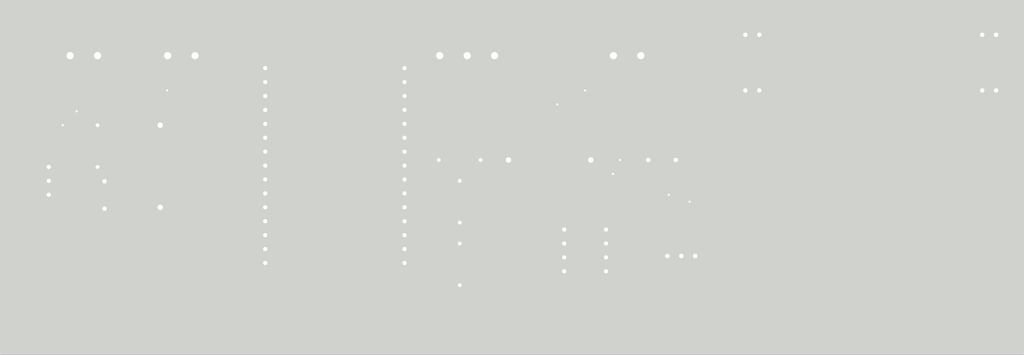
<source format=kicad_pcb>
(kicad_pcb (version 20171130) (host pcbnew "(5.1.9)-1")
  (layers (0 F.Cu signal) (31 B.Cu signal) (34 B.Paste user) (35 F.Paste user) (36 B.SilkS user) (37 F.SilkS user) (38 B.Mask user) (39 F.Mask user) (44 Edge.Cuts user))
  (net 0 "")
  (net 1 GND)
  (net 2 "Net-(1k1-Pad2)")
  (net 3 +3V3)
  (net 4 "Net-(C2-Pad1)")
  (net 5 "Net-(C3-Pad1)")
  (net 6 "Net-(J3-Pad1)")
  (net 7 +5V)
  (net 8 "Net-(J4-Pad1)")
  (net 9 "Net-(J5-Pad2)")
  (net 10 "Net-(R3-Pad2)")
  (net 11 "Net-(R4-Pad2)")
  (net 12 "Net-(U2-Pad30)")
  (net 13 "Net-(U2-Pad29)")
  (net 14 "Net-(U2-Pad28)")
  (net 15 "Net-(U2-Pad27)")
  (net 16 "Net-(U2-Pad26)")
  (net 17 "Net-(U2-Pad25)")
  (net 18 "Net-(U2-Pad24)")
  (net 19 "Net-(U2-Pad23)")
  (net 20 "Net-(U2-Pad20)")
  (net 21 "Net-(U2-Pad19)")
  (net 22 "Net-(U2-Pad18)")
  (net 23 "Net-(U2-Pad16)")
  (net 24 "Net-(U2-Pad15)")
  (net 25 "Net-(U2-Pad13)")
  (net 26 "Net-(U2-Pad12)")
  (net 27 "Net-(U2-Pad11)")
  (net 28 "Net-(U2-Pad10)")
  (net 29 "Net-(U2-Pad9)")
  (net 30 "Net-(U2-Pad8)")
  (net 31 "Net-(U2-Pad7)")
  (net 32 "Net-(U2-Pad6)")
  (net 33 "Net-(U2-Pad5)")
  (net 34 "Net-(U2-Pad4)")
  (net 35 "Net-(U2-Pad1)")
  (net 36 "Net-(C4-Pad2)")
  (module Connector_PinHeader_1.00mm:PinHeader_1x01_P1.00mm_Horizontal (layer F.Cu) (at 178.816 121.666 270)
    (fp_text reference J9 (at 1.375 -1.5 90) (layer F.SilkS))
    (fp_text value Conn_01x01)
    (fp_line (start -0.685 -0.685) (end 0 -0.685) (layer F.SilkS) (width 0.12))
    (fp_line (start -0.685 0) (end -0.685 -0.685) (layer F.SilkS) (width 0.12))
    (fp_line (start 1.31 0.09) (end 3.31 0.09) (layer F.SilkS) (width 0.12))
    (fp_line (start 1.31 -0.03) (end 3.31 -0.03) (layer F.SilkS) (width 0.12))
    (fp_line (start 1.31 -0.15) (end 3.31 -0.15) (layer F.SilkS) (width 0.12))
    (fp_line (start 3.31 0.21) (end 1.31 0.21) (layer F.SilkS) (width 0.12))
    (fp_line (start 3.31 -0.21) (end 3.31 0.21) (layer F.SilkS) (width 0.12))
    (fp_line (start 1.31 -0.21) (end 3.31 -0.21) (layer F.SilkS) (width 0.12))
    (fp_line (start 1.31 0.56) (end 0.685 0.56) (layer F.SilkS) (width 0.12))
    (fp_line (start 1.31 -0.56) (end 1.31 0.56) (layer F.SilkS) (width 0.12))
    (fp_line (start 0.685 -0.56) (end 1.31 -0.56) (layer F.SilkS) (width 0.12))
    (pad 1 thru_hole rect (at 0 0 270) (size 1.1 1.1) (drill 0.8) (layers *.Cu *.Mask) (net 1 GND))
  )
  (module Resistor_THT:R_Axial_DIN0204_L3.6mm_D1.6mm_P7.62mm_Horizontal (layer F.Cu) (at 138.43 127 90)
    (fp_text reference 1k (at 3.81 -1.92 90) (layer F.SilkS))
    (fp_text value R)
    (fp_line (start 6.68 0) (end 5.73 0) (layer F.SilkS) (width 0.12))
    (fp_line (start 0.94 0) (end 1.89 0) (layer F.SilkS) (width 0.12))
    (fp_line (start 5.73 -0.92) (end 1.89 -0.92) (layer F.SilkS) (width 0.12))
    (fp_line (start 5.73 0.92) (end 5.73 -0.92) (layer F.SilkS) (width 0.12))
    (fp_line (start 1.89 0.92) (end 5.73 0.92) (layer F.SilkS) (width 0.12))
    (fp_line (start 1.89 -0.92) (end 1.89 0.92) (layer F.SilkS) (width 0.12))
    (pad 1 thru_hole circle (at 0 0 90) (size 1.4 1.4) (drill 0.7) (layers *.Cu *.Mask) (net 1 GND))
    (pad 2 thru_hole oval (at 7.62 0 90) (size 1.4 1.4) (drill 0.7) (layers *.Cu *.Mask) (net 2 "Net-(1k1-Pad2)"))
  )
  (module Capacitor_THT:CP_Radial_Tantal_D4.5mm_P5.00mm (layer F.Cu) (at 73.66 113.03 90)
    (fp_text reference C1 (at 2.5 -3.5 90) (layer F.SilkS))
    (fp_text value 0.1u)
    (fp_line (start 0.187712 -1.56) (end 0.187712 -1.11) (layer F.SilkS) (width 0.12))
    (fp_line (start -0.037288 -1.335) (end 0.412712 -1.335) (layer F.SilkS) (width 0.12))
    (fp_arc (start 2.5 0) (end 0.380259 -1.06) (angle 126.864288) (layer F.SilkS) (width 0.12))
    (fp_arc (start 2.5 0) (end 0.380259 1.06) (angle -126.864288) (layer F.SilkS) (width 0.12))
    (pad 1 thru_hole rect (at 0 0 90) (size 1.6 1.6) (drill 0.8) (layers *.Cu *.Mask) (net 1 GND))
    (pad 2 thru_hole circle (at 5 0 90) (size 1.6 1.6) (drill 0.8) (layers *.Cu *.Mask) (net 3 +3V3))
  )
  (module Capacitor_THT:CP_Axial_L10.0mm_D4.5mm_P15.00mm_Horizontal (layer F.Cu) (at 83.82 97.79 270)
    (fp_text reference C2 (at 7.5 -3.37 90) (layer F.SilkS))
    (fp_text value 20u)
    (fp_line (start 13.76 0) (end 12.62 0) (layer F.SilkS) (width 0.12))
    (fp_line (start 1.24 0) (end 2.38 0) (layer F.SilkS) (width 0.12))
    (fp_line (start 5.38 2.37) (end 12.62 2.37) (layer F.SilkS) (width 0.12))
    (fp_line (start 4.63 1.62) (end 5.38 2.37) (layer F.SilkS) (width 0.12))
    (fp_line (start 3.88 2.37) (end 4.63 1.62) (layer F.SilkS) (width 0.12))
    (fp_line (start 2.38 2.37) (end 3.88 2.37) (layer F.SilkS) (width 0.12))
    (fp_line (start 5.38 -2.37) (end 12.62 -2.37) (layer F.SilkS) (width 0.12))
    (fp_line (start 4.63 -1.62) (end 5.38 -2.37) (layer F.SilkS) (width 0.12))
    (fp_line (start 3.88 -2.37) (end 4.63 -1.62) (layer F.SilkS) (width 0.12))
    (fp_line (start 2.38 -2.37) (end 3.88 -2.37) (layer F.SilkS) (width 0.12))
    (fp_line (start 12.62 -2.37) (end 12.62 2.37) (layer F.SilkS) (width 0.12))
    (fp_line (start 2.38 -2.37) (end 2.38 2.37) (layer F.SilkS) (width 0.12))
    (fp_line (start 1.38 -2.95) (end 1.38 -1.45) (layer F.SilkS) (width 0.12))
    (fp_line (start 0.63 -2.2) (end 2.13 -2.2) (layer F.SilkS) (width 0.12))
    (pad 1 thru_hole rect (at 0 0 270) (size 2 2) (drill 1) (layers *.Cu *.Mask) (net 4 "Net-(C2-Pad1)"))
    (pad 2 thru_hole oval (at 15 0 270) (size 2 2) (drill 1) (layers *.Cu *.Mask) (net 1 GND))
  )
  (module Capacitor_THT:CP_Axial_L10.0mm_D4.5mm_P15.00mm_Horizontal (layer F.Cu) (at 147.32 104.14)
    (fp_text reference C3 (at 7.5 -3.37) (layer F.SilkS))
    (fp_text value 1000u)
    (fp_line (start 0.63 -2.2) (end 2.13 -2.2) (layer F.SilkS) (width 0.12))
    (fp_line (start 1.38 -2.95) (end 1.38 -1.45) (layer F.SilkS) (width 0.12))
    (fp_line (start 2.38 -2.37) (end 2.38 2.37) (layer F.SilkS) (width 0.12))
    (fp_line (start 12.62 -2.37) (end 12.62 2.37) (layer F.SilkS) (width 0.12))
    (fp_line (start 2.38 -2.37) (end 3.88 -2.37) (layer F.SilkS) (width 0.12))
    (fp_line (start 3.88 -2.37) (end 4.63 -1.62) (layer F.SilkS) (width 0.12))
    (fp_line (start 4.63 -1.62) (end 5.38 -2.37) (layer F.SilkS) (width 0.12))
    (fp_line (start 5.38 -2.37) (end 12.62 -2.37) (layer F.SilkS) (width 0.12))
    (fp_line (start 2.38 2.37) (end 3.88 2.37) (layer F.SilkS) (width 0.12))
    (fp_line (start 3.88 2.37) (end 4.63 1.62) (layer F.SilkS) (width 0.12))
    (fp_line (start 4.63 1.62) (end 5.38 2.37) (layer F.SilkS) (width 0.12))
    (fp_line (start 5.38 2.37) (end 12.62 2.37) (layer F.SilkS) (width 0.12))
    (fp_line (start 1.24 0) (end 2.38 0) (layer F.SilkS) (width 0.12))
    (fp_line (start 13.76 0) (end 12.62 0) (layer F.SilkS) (width 0.12))
    (pad 2 thru_hole oval (at 15 0) (size 2 2) (drill 1) (layers *.Cu *.Mask) (net 1 GND))
    (pad 1 thru_hole rect (at 0 0) (size 2 2) (drill 1) (layers *.Cu *.Mask) (net 5 "Net-(C3-Pad1)"))
  )
  (module Capacitor_THT:CP_Radial_Tantal_D4.5mm_P5.00mm (layer F.Cu) (at 177.8 104.14 180)
    (fp_text reference C4 (at 2.5 -3.5) (layer F.SilkS))
    (fp_text value 0.1)
    (fp_line (start -0.037288 -1.335) (end 0.412712 -1.335) (layer F.SilkS) (width 0.12))
    (fp_line (start 0.187712 -1.56) (end 0.187712 -1.11) (layer F.SilkS) (width 0.12))
    (fp_arc (start 2.5 0) (end 0.380259 1.06) (angle -126.864288) (layer F.SilkS) (width 0.12))
    (fp_arc (start 2.5 0) (end 0.380259 -1.06) (angle 126.864288) (layer F.SilkS) (width 0.12))
    (pad 2 thru_hole circle (at 5 0 180) (size 1.6 1.6) (drill 0.8) (layers *.Cu *.Mask) (net 36 "Net-(C4-Pad2)"))
    (pad 1 thru_hole rect (at 0 0 180) (size 1.6 1.6) (drill 0.8) (layers *.Cu *.Mask) (net 1 GND))
  )
  (module Connector_PinHeader_1.00mm:PinHeader_1x01_P1.00mm_Horizontal (layer F.Cu) (at 190.5 91.44 270)
    (fp_text reference J1 (at 1.375 -1.5 90) (layer F.SilkS))
    (fp_text value Conn_01x01)
    (fp_line (start -0.685 -0.685) (end 0 -0.685) (layer F.SilkS) (width 0.12))
    (fp_line (start -0.685 0) (end -0.685 -0.685) (layer F.SilkS) (width 0.12))
    (fp_line (start 1.31 0.09) (end 3.31 0.09) (layer F.SilkS) (width 0.12))
    (fp_line (start 1.31 -0.03) (end 3.31 -0.03) (layer F.SilkS) (width 0.12))
    (fp_line (start 1.31 -0.15) (end 3.31 -0.15) (layer F.SilkS) (width 0.12))
    (fp_line (start 3.31 0.21) (end 1.31 0.21) (layer F.SilkS) (width 0.12))
    (fp_line (start 3.31 -0.21) (end 3.31 0.21) (layer F.SilkS) (width 0.12))
    (fp_line (start 1.31 -0.21) (end 3.31 -0.21) (layer F.SilkS) (width 0.12))
    (fp_line (start 1.31 0.56) (end 0.685 0.56) (layer F.SilkS) (width 0.12))
    (fp_line (start 1.31 -0.56) (end 1.31 0.56) (layer F.SilkS) (width 0.12))
    (fp_line (start 0.685 -0.56) (end 1.31 -0.56) (layer F.SilkS) (width 0.12))
    (pad 1 thru_hole rect (at 0 0 270) (size 1.1 1.1) (drill 0.8) (layers *.Cu *.Mask) (net 3 +3V3))
  )
  (module TerminalBlock:TerminalBlock_Altech_AK300-2_P5.00mm (layer F.Cu) (at 72.39 85.09 180)
    (fp_text reference J2 (at -1.92 -6.99) (layer F.SilkS))
    (fp_text value Screw_Terminal_01x02)
    (fp_line (start 8.2 -6.3) (end -2.65 -6.3) (layer F.SilkS) (width 0.12))
    (fp_line (start 8.2 -1.2) (end 8.2 -6.3) (layer F.SilkS) (width 0.12))
    (fp_line (start 7.7 -1.5) (end 8.2 -1.2) (layer F.SilkS) (width 0.12))
    (fp_line (start 7.7 3.9) (end 7.7 -1.5) (layer F.SilkS) (width 0.12))
    (fp_line (start 8.2 3.65) (end 7.7 3.9) (layer F.SilkS) (width 0.12))
    (fp_line (start 8.2 3.7) (end 8.2 3.65) (layer F.SilkS) (width 0.12))
    (fp_line (start 8.2 5.6) (end 8.2 3.7) (layer F.SilkS) (width 0.12))
    (fp_line (start 7.7 5.35) (end 8.2 5.6) (layer F.SilkS) (width 0.12))
    (fp_line (start 7.7 6.3) (end 7.7 5.35) (layer F.SilkS) (width 0.12))
    (fp_line (start -2.65 6.3) (end 7.7 6.3) (layer F.SilkS) (width 0.12))
    (fp_line (start -2.65 -6.3) (end -2.65 6.3) (layer F.SilkS) (width 0.12))
    (pad 1 thru_hole rect (at 0 0 180) (size 1.98 3.96) (drill 1.32) (layers *.Cu *.Mask) (net 3 +3V3))
    (pad 2 thru_hole oval (at 5 0 180) (size 1.98 3.96) (drill 1.32) (layers *.Cu *.Mask) (net 1 GND))
  )
  (module TerminalBlock:TerminalBlock_Altech_AK300-3_P5.00mm (layer F.Cu) (at 144.78 85.09 180)
    (fp_text reference J3 (at 5 -7.1) (layer F.SilkS))
    (fp_text value Screw_Terminal_01x03)
    (fp_line (start 13.25 -6.3) (end -2.65 -6.3) (layer F.SilkS) (width 0.12))
    (fp_line (start 13.25 -1.25) (end 13.25 -6.3) (layer F.SilkS) (width 0.12))
    (fp_line (start 12.75 -1.5) (end 13.25 -1.25) (layer F.SilkS) (width 0.12))
    (fp_line (start 12.75 3.9) (end 12.75 -1.5) (layer F.SilkS) (width 0.12))
    (fp_line (start 13.25 3.65) (end 12.75 3.9) (layer F.SilkS) (width 0.12))
    (fp_line (start 13.25 5.65) (end 13.25 3.65) (layer F.SilkS) (width 0.12))
    (fp_line (start 12.75 5.35) (end 13.25 5.65) (layer F.SilkS) (width 0.12))
    (fp_line (start 12.75 6.3) (end 12.75 5.35) (layer F.SilkS) (width 0.12))
    (fp_line (start -2.65 6.3) (end 12.75 6.3) (layer F.SilkS) (width 0.12))
    (fp_line (start -2.65 -6.3) (end -2.65 6.3) (layer F.SilkS) (width 0.12))
    (pad 1 thru_hole rect (at 0 0 180) (size 1.98 3.96) (drill 1.32) (layers *.Cu *.Mask) (net 6 "Net-(J3-Pad1)"))
    (pad 2 thru_hole oval (at 5 0 180) (size 1.98 3.96) (drill 1.32) (layers *.Cu *.Mask) (net 7 +5V))
    (pad 3 thru_hole oval (at 10 0 180) (size 1.98 3.96) (drill 1.32) (layers *.Cu *.Mask) (net 1 GND))
  )
  (module TerminalBlock:TerminalBlock_Altech_AK300-2_P5.00mm (layer F.Cu) (at 171.45 85.09 180)
    (fp_text reference J4 (at -1.92 -6.99) (layer F.SilkS))
    (fp_text value Screw_Terminal_01x02)
    (fp_line (start 8.2 -6.3) (end -2.65 -6.3) (layer F.SilkS) (width 0.12))
    (fp_line (start 8.2 -1.2) (end 8.2 -6.3) (layer F.SilkS) (width 0.12))
    (fp_line (start 7.7 -1.5) (end 8.2 -1.2) (layer F.SilkS) (width 0.12))
    (fp_line (start 7.7 3.9) (end 7.7 -1.5) (layer F.SilkS) (width 0.12))
    (fp_line (start 8.2 3.65) (end 7.7 3.9) (layer F.SilkS) (width 0.12))
    (fp_line (start 8.2 3.7) (end 8.2 3.65) (layer F.SilkS) (width 0.12))
    (fp_line (start 8.2 5.6) (end 8.2 3.7) (layer F.SilkS) (width 0.12))
    (fp_line (start 7.7 5.35) (end 8.2 5.6) (layer F.SilkS) (width 0.12))
    (fp_line (start 7.7 6.3) (end 7.7 5.35) (layer F.SilkS) (width 0.12))
    (fp_line (start -2.65 6.3) (end 7.7 6.3) (layer F.SilkS) (width 0.12))
    (fp_line (start -2.65 -6.3) (end -2.65 6.3) (layer F.SilkS) (width 0.12))
    (pad 1 thru_hole rect (at 0 0 180) (size 1.98 3.96) (drill 1.32) (layers *.Cu *.Mask) (net 8 "Net-(J4-Pad1)"))
    (pad 2 thru_hole oval (at 5 0 180) (size 1.98 3.96) (drill 1.32) (layers *.Cu *.Mask) (net 1 GND))
  )
  (module TerminalBlock:TerminalBlock_Altech_AK300-2_P5.00mm (layer F.Cu) (at 90.17 85.09 180)
    (fp_text reference J5 (at -1.92 -6.99) (layer F.SilkS))
    (fp_text value Screw_Terminal_01x02)
    (fp_line (start 8.2 -6.3) (end -2.65 -6.3) (layer F.SilkS) (width 0.12))
    (fp_line (start 8.2 -1.2) (end 8.2 -6.3) (layer F.SilkS) (width 0.12))
    (fp_line (start 7.7 -1.5) (end 8.2 -1.2) (layer F.SilkS) (width 0.12))
    (fp_line (start 7.7 3.9) (end 7.7 -1.5) (layer F.SilkS) (width 0.12))
    (fp_line (start 8.2 3.65) (end 7.7 3.9) (layer F.SilkS) (width 0.12))
    (fp_line (start 8.2 3.7) (end 8.2 3.65) (layer F.SilkS) (width 0.12))
    (fp_line (start 8.2 5.6) (end 8.2 3.7) (layer F.SilkS) (width 0.12))
    (fp_line (start 7.7 5.35) (end 8.2 5.6) (layer F.SilkS) (width 0.12))
    (fp_line (start 7.7 6.3) (end 7.7 5.35) (layer F.SilkS) (width 0.12))
    (fp_line (start -2.65 6.3) (end 7.7 6.3) (layer F.SilkS) (width 0.12))
    (fp_line (start -2.65 -6.3) (end -2.65 6.3) (layer F.SilkS) (width 0.12))
    (pad 1 thru_hole rect (at 0 0 180) (size 1.98 3.96) (drill 1.32) (layers *.Cu *.Mask) (net 1 GND))
    (pad 2 thru_hole oval (at 5 0 180) (size 1.98 3.96) (drill 1.32) (layers *.Cu *.Mask) (net 9 "Net-(J5-Pad2)"))
  )
  (module Connector_PinHeader_1.00mm:PinHeader_1x01_P1.00mm_Horizontal (layer F.Cu) (at 233.68 81.28 270)
    (fp_text reference J6 (at 1.375 -1.5 90) (layer F.SilkS))
    (fp_text value Conn_01x01)
    (fp_line (start 0.685 -0.56) (end 1.31 -0.56) (layer F.SilkS) (width 0.12))
    (fp_line (start 1.31 -0.56) (end 1.31 0.56) (layer F.SilkS) (width 0.12))
    (fp_line (start 1.31 0.56) (end 0.685 0.56) (layer F.SilkS) (width 0.12))
    (fp_line (start 1.31 -0.21) (end 3.31 -0.21) (layer F.SilkS) (width 0.12))
    (fp_line (start 3.31 -0.21) (end 3.31 0.21) (layer F.SilkS) (width 0.12))
    (fp_line (start 3.31 0.21) (end 1.31 0.21) (layer F.SilkS) (width 0.12))
    (fp_line (start 1.31 -0.15) (end 3.31 -0.15) (layer F.SilkS) (width 0.12))
    (fp_line (start 1.31 -0.03) (end 3.31 -0.03) (layer F.SilkS) (width 0.12))
    (fp_line (start 1.31 0.09) (end 3.31 0.09) (layer F.SilkS) (width 0.12))
    (fp_line (start -0.685 0) (end -0.685 -0.685) (layer F.SilkS) (width 0.12))
    (fp_line (start -0.685 -0.685) (end 0 -0.685) (layer F.SilkS) (width 0.12))
    (pad 1 thru_hole rect (at 0 0 270) (size 1.1 1.1) (drill 0.8) (layers *.Cu *.Mask) (net 7 +5V))
  )
  (module Connector_PinHeader_1.00mm:PinHeader_1x01_P1.00mm_Horizontal (layer F.Cu) (at 193.04 81.28 270)
    (fp_text reference J7 (at 1.375 -1.5 90) (layer F.SilkS))
    (fp_text value Conn_01x01)
    (fp_line (start -0.685 -0.685) (end 0 -0.685) (layer F.SilkS) (width 0.12))
    (fp_line (start -0.685 0) (end -0.685 -0.685) (layer F.SilkS) (width 0.12))
    (fp_line (start 1.31 0.09) (end 3.31 0.09) (layer F.SilkS) (width 0.12))
    (fp_line (start 1.31 -0.03) (end 3.31 -0.03) (layer F.SilkS) (width 0.12))
    (fp_line (start 1.31 -0.15) (end 3.31 -0.15) (layer F.SilkS) (width 0.12))
    (fp_line (start 3.31 0.21) (end 1.31 0.21) (layer F.SilkS) (width 0.12))
    (fp_line (start 3.31 -0.21) (end 3.31 0.21) (layer F.SilkS) (width 0.12))
    (fp_line (start 1.31 -0.21) (end 3.31 -0.21) (layer F.SilkS) (width 0.12))
    (fp_line (start 1.31 0.56) (end 0.685 0.56) (layer F.SilkS) (width 0.12))
    (fp_line (start 1.31 -0.56) (end 1.31 0.56) (layer F.SilkS) (width 0.12))
    (fp_line (start 0.685 -0.56) (end 1.31 -0.56) (layer F.SilkS) (width 0.12))
    (pad 1 thru_hole rect (at 0 0 270) (size 1.1 1.1) (drill 0.8) (layers *.Cu *.Mask) (net 1 GND))
  )
  (module Connector_PinHeader_1.00mm:PinHeader_1x01_P1.00mm_Horizontal (layer F.Cu) (at 181.356 121.666 270)
    (fp_text reference J8 (at 1.375 -1.5 90) (layer F.SilkS))
    (fp_text value Conn_01x01)
    (fp_line (start -0.685 -0.685) (end 0 -0.685) (layer F.SilkS) (width 0.12))
    (fp_line (start -0.685 0) (end -0.685 -0.685) (layer F.SilkS) (width 0.12))
    (fp_line (start 1.31 0.09) (end 3.31 0.09) (layer F.SilkS) (width 0.12))
    (fp_line (start 1.31 -0.03) (end 3.31 -0.03) (layer F.SilkS) (width 0.12))
    (fp_line (start 1.31 -0.15) (end 3.31 -0.15) (layer F.SilkS) (width 0.12))
    (fp_line (start 3.31 0.21) (end 1.31 0.21) (layer F.SilkS) (width 0.12))
    (fp_line (start 3.31 -0.21) (end 3.31 0.21) (layer F.SilkS) (width 0.12))
    (fp_line (start 1.31 -0.21) (end 3.31 -0.21) (layer F.SilkS) (width 0.12))
    (fp_line (start 1.31 0.56) (end 0.685 0.56) (layer F.SilkS) (width 0.12))
    (fp_line (start 1.31 -0.56) (end 1.31 0.56) (layer F.SilkS) (width 0.12))
    (fp_line (start 0.685 -0.56) (end 1.31 -0.56) (layer F.SilkS) (width 0.12))
    (pad 1 thru_hole rect (at 0 0 270) (size 1.1 1.1) (drill 0.8) (layers *.Cu *.Mask) (net 7 +5V))
  )
  (module Connector_PinHeader_1.00mm:PinHeader_1x01_P1.00mm_Horizontal (layer F.Cu) (at 176.276 121.666 270)
    (fp_text reference J10 (at 1.375 -1.5 90) (layer F.SilkS))
    (fp_text value Conn_01x01 hide)
    (fp_line (start 0.685 -0.56) (end 1.31 -0.56) (layer F.SilkS) (width 0.12))
    (fp_line (start 1.31 -0.56) (end 1.31 0.56) (layer F.SilkS) (width 0.12))
    (fp_line (start 1.31 0.56) (end 0.685 0.56) (layer F.SilkS) (width 0.12))
    (fp_line (start 1.31 -0.21) (end 3.31 -0.21) (layer F.SilkS) (width 0.12))
    (fp_line (start 3.31 -0.21) (end 3.31 0.21) (layer F.SilkS) (width 0.12))
    (fp_line (start 3.31 0.21) (end 1.31 0.21) (layer F.SilkS) (width 0.12))
    (fp_line (start 1.31 -0.15) (end 3.31 -0.15) (layer F.SilkS) (width 0.12))
    (fp_line (start 1.31 -0.03) (end 3.31 -0.03) (layer F.SilkS) (width 0.12))
    (fp_line (start 1.31 0.09) (end 3.31 0.09) (layer F.SilkS) (width 0.12))
    (fp_line (start -0.685 0) (end -0.685 -0.685) (layer F.SilkS) (width 0.12))
    (fp_line (start -0.685 -0.685) (end 0 -0.685) (layer F.SilkS) (width 0.12))
    (pad 1 thru_hole rect (at 0 0 270) (size 1.1 1.1) (drill 0.8) (layers *.Cu *.Mask) (net 36 "Net-(C4-Pad2)"))
  )
  (module Resistor_THT:R_Axial_DIN0204_L3.6mm_D1.6mm_P7.62mm_Horizontal (layer F.Cu) (at 72.39 97.79 270)
    (fp_text reference R3 (at 3.81 -1.92 90) (layer F.SilkS))
    (fp_text value 20k)
    (fp_line (start 1.89 -0.92) (end 1.89 0.92) (layer F.SilkS) (width 0.12))
    (fp_line (start 1.89 0.92) (end 5.73 0.92) (layer F.SilkS) (width 0.12))
    (fp_line (start 5.73 0.92) (end 5.73 -0.92) (layer F.SilkS) (width 0.12))
    (fp_line (start 5.73 -0.92) (end 1.89 -0.92) (layer F.SilkS) (width 0.12))
    (fp_line (start 0.94 0) (end 1.89 0) (layer F.SilkS) (width 0.12))
    (fp_line (start 6.68 0) (end 5.73 0) (layer F.SilkS) (width 0.12))
    (pad 2 thru_hole oval (at 7.62 0 270) (size 1.4 1.4) (drill 0.7) (layers *.Cu *.Mask) (net 10 "Net-(R3-Pad2)"))
    (pad 1 thru_hole circle (at 0 0 270) (size 1.4 1.4) (drill 0.7) (layers *.Cu *.Mask) (net 4 "Net-(C2-Pad1)"))
  )
  (module Resistor_THT:R_Axial_DIN0204_L3.6mm_D1.6mm_P7.62mm_Horizontal (layer F.Cu) (at 142.24 104.14 180)
    (fp_text reference R4 (at 3.81 -1.92) (layer F.SilkS))
    (fp_text value 1k)
    (fp_line (start 6.68 0) (end 5.73 0) (layer F.SilkS) (width 0.12))
    (fp_line (start 0.94 0) (end 1.89 0) (layer F.SilkS) (width 0.12))
    (fp_line (start 5.73 -0.92) (end 1.89 -0.92) (layer F.SilkS) (width 0.12))
    (fp_line (start 5.73 0.92) (end 5.73 -0.92) (layer F.SilkS) (width 0.12))
    (fp_line (start 1.89 0.92) (end 5.73 0.92) (layer F.SilkS) (width 0.12))
    (fp_line (start 1.89 -0.92) (end 1.89 0.92) (layer F.SilkS) (width 0.12))
    (pad 1 thru_hole circle (at 0 0 180) (size 1.4 1.4) (drill 0.7) (layers *.Cu *.Mask) (net 5 "Net-(C3-Pad1)"))
    (pad 2 thru_hole oval (at 7.62 0 180) (size 1.4 1.4) (drill 0.7) (layers *.Cu *.Mask) (net 11 "Net-(R4-Pad2)"))
  )
  (module Resistor_THT:R_Axial_DIN0204_L3.6mm_D1.6mm_P7.62mm_Horizontal (layer F.Cu) (at 138.43 107.95 270)
    (fp_text reference R5 (at 3.81 -1.92 90) (layer F.SilkS))
    (fp_text value 2k)
    (fp_line (start 1.89 -0.92) (end 1.89 0.92) (layer F.SilkS) (width 0.12))
    (fp_line (start 1.89 0.92) (end 5.73 0.92) (layer F.SilkS) (width 0.12))
    (fp_line (start 5.73 0.92) (end 5.73 -0.92) (layer F.SilkS) (width 0.12))
    (fp_line (start 5.73 -0.92) (end 1.89 -0.92) (layer F.SilkS) (width 0.12))
    (fp_line (start 0.94 0) (end 1.89 0) (layer F.SilkS) (width 0.12))
    (fp_line (start 6.68 0) (end 5.73 0) (layer F.SilkS) (width 0.12))
    (pad 2 thru_hole oval (at 7.62 0 270) (size 1.4 1.4) (drill 0.7) (layers *.Cu *.Mask) (net 2 "Net-(1k1-Pad2)"))
    (pad 1 thru_hole circle (at 0 0 270) (size 1.4 1.4) (drill 0.7) (layers *.Cu *.Mask) (net 8 "Net-(J4-Pad1)"))
  )
  (module "PIRSensor:PIR Sensor" (layer F.Cu) (at 63.5 107.95 90)
    (fp_text reference U1 (at 0 -2.54 90) (layer F.SilkS))
    (fp_text value PIRSensor)
    (fp_line (start -3.5 -1) (end -3.5 0) (layer F.SilkS) (width 0.12))
    (fp_line (start 3.5 -1) (end -3.5 -1) (layer F.SilkS) (width 0.12))
    (fp_line (start 3.5 1) (end 3.5 -1) (layer F.SilkS) (width 0.12))
    (fp_line (start -3.5 1) (end 3.5 1) (layer F.SilkS) (width 0.12))
    (fp_line (start -3.5 0) (end -3.5 1) (layer F.SilkS) (width 0.12))
    (pad 1 thru_hole rect (at -2.54 0 90) (size 1.524 1.524) (drill 0.762) (layers *.Cu *.Mask) (net 1 GND))
    (pad 2 thru_hole circle (at 0 0 90) (size 1.524 1.524) (drill 0.762) (layers *.Cu *.Mask) (net 3 +3V3))
    (pad 3 thru_hole circle (at 2.54 0 90) (size 1.524 1.524) (drill 0.762) (layers *.Cu *.Mask) (net 10 "Net-(R3-Pad2)"))
  )
  (module CustomEsp32:esp32_devkit_v1_doit (layer F.Cu) (at 115.660001 87.380001)
    (fp_text reference U2 (at 0 10.47) (layer F.SilkS))
    (fp_text value ESP32_DevKit_V1_DOIT)
    (fp_circle (center 7.62 42.855) (end 7.92 42.855) (layer F.SilkS) (width 1))
    (fp_circle (center -7.62 42.855) (end -7.32 42.855) (layer F.SilkS) (width 1))
    (fp_line (start -6.35 40.95) (end -6.35 44.76) (layer F.SilkS) (width 0.12))
    (fp_line (start -8.89 40.95) (end -6.35 40.95) (layer F.SilkS) (width 0.12))
    (fp_line (start -8.89 44.76) (end -8.89 40.95) (layer F.SilkS) (width 0.12))
    (fp_line (start -6.35 44.76) (end -8.89 44.76) (layer F.SilkS) (width 0.12))
    (fp_line (start 6.35 44.76) (end 6.35 40.95) (layer F.SilkS) (width 0.12))
    (fp_line (start 8.89 44.76) (end 6.35 44.76) (layer F.SilkS) (width 0.12))
    (fp_line (start 8.89 40.95) (end 8.89 44.76) (layer F.SilkS) (width 0.12))
    (fp_line (start 6.35 40.95) (end 8.89 40.95) (layer F.SilkS) (width 0.12))
    (fp_circle (center -5.08 16.82) (end -4.68 16.82) (layer F.SilkS) (width 0.8))
    (fp_line (start -7.5 18.96) (end -7.5 0.96) (layer F.SilkS) (width 0.12))
    (fp_line (start 7.5 18.96) (end -7.5 18.96) (layer F.SilkS) (width 0.12))
    (fp_line (start 7.5 0.96) (end 7.5 18.96) (layer F.SilkS) (width 0.12))
    (fp_line (start -7.5 0.96) (end 7.5 0.96) (layer F.SilkS) (width 0.12))
    (fp_line (start 5.08 -4.008) (end 5.08 -0.452) (layer F.SilkS) (width 0.12))
    (fp_line (start 7.62 -4.008) (end 7.62 -0.452) (layer F.SilkS) (width 0.12))
    (fp_line (start 2.54 -4.008) (end 7.62 -4.008) (layer F.SilkS) (width 0.12))
    (fp_line (start 2.54 -1.976) (end 2.54 -4.008) (layer F.SilkS) (width 0.12))
    (fp_line (start 0 -1.976) (end 2.54 -1.976) (layer F.SilkS) (width 0.12))
    (fp_line (start 0 -4.008) (end 0 -1.976) (layer F.SilkS) (width 0.12))
    (fp_line (start -2.54 -4.008) (end 0 -4.008) (layer F.SilkS) (width 0.12))
    (fp_line (start -2.54 -1.976) (end -2.54 -4.008) (layer F.SilkS) (width 0.12))
    (fp_line (start -5.08 -1.976) (end -2.54 -1.976) (layer F.SilkS) (width 0.12))
    (fp_line (start -5.08 -4.008) (end -5.08 -1.976) (layer F.SilkS) (width 0.12))
    (fp_line (start -7.62 -4.008) (end -5.08 -4.008) (layer F.SilkS) (width 0.12))
    (fp_line (start -7.62 -0.452) (end -7.62 -4.008) (layer F.SilkS) (width 0.12))
    (fp_line (start -8.89 0.31) (end -8.89 -4.77) (layer F.SilkS) (width 0.12))
    (fp_line (start 8.89 0.31) (end -8.89 0.31) (layer F.SilkS) (width 0.12))
    (fp_line (start 8.89 -4.77) (end 8.89 0.31) (layer F.SilkS) (width 0.12))
    (fp_line (start -8.89 -4.77) (end 8.89 -4.77) (layer F.SilkS) (width 0.12))
    (fp_line (start -4 39.46) (end 4 39.46) (layer F.SilkS) (width 0.12))
    (fp_line (start 4 39.46) (end 4 45.46) (layer F.SilkS) (width 0.12))
    (fp_line (start -4 39.46) (end -4 45.46) (layer F.SilkS) (width 0.12))
    (fp_circle (center 11.7 43.46) (end 13.2 43.46) (layer F.SilkS) (width 0.12))
    (fp_circle (center -11.7 43.46) (end -10.2 43.46) (layer F.SilkS) (width 0.12))
    (fp_line (start -12 -6.04) (end 12 -6.04) (layer F.SilkS) (width 0.12))
    (fp_line (start -12 45.46) (end 12 45.46) (layer F.SilkS) (width 0.12))
    (fp_line (start -14 -4.04) (end -14 43.46) (layer F.SilkS) (width 0.12))
    (fp_line (start 14 43.46) (end 14 -4.04) (layer F.SilkS) (width 0.12))
    (fp_circle (center 11.7 -4.04) (end 13.2 -4.04) (layer F.SilkS) (width 0.12))
    (fp_circle (center -11.7 -4.04) (end -10.2 -4.04) (layer F.SilkS) (width 0.12))
    (fp_arc (start 12 43.46) (end 12 45.46) (angle -90) (layer F.SilkS) (width 0.12))
    (fp_arc (start -12 43.46) (end -14 43.46) (angle -90) (layer F.SilkS) (width 0.12))
    (fp_arc (start -12 -4.04) (end -12 -6.04) (angle -90) (layer F.SilkS) (width 0.12))
    (fp_arc (start 12 -4.04) (end 14 -4.04) (angle -90) (layer F.SilkS) (width 0.12))
    (fp_text user Enable (at -7.62 39.68) (layer F.SilkS))
    (fp_text user Boot (at 7.62 39.68) (layer F.SilkS))
    (fp_text user USB (at 0 43.49) (layer F.SilkS))
    (pad 30 thru_hole circle (at 12.7 0) (size 1.524 1.524) (drill 0.762) (layers *.Cu *.Mask) (net 12 "Net-(U2-Pad30)"))
    (pad 29 thru_hole circle (at 12.7 2.54) (size 1.524 1.524) (drill 0.762) (layers *.Cu *.Mask) (net 13 "Net-(U2-Pad29)"))
    (pad 28 thru_hole circle (at 12.7 5.08) (size 1.524 1.524) (drill 0.762) (layers *.Cu *.Mask) (net 14 "Net-(U2-Pad28)"))
    (pad 27 thru_hole circle (at 12.7 7.62) (size 1.524 1.524) (drill 0.762) (layers *.Cu *.Mask) (net 15 "Net-(U2-Pad27)"))
    (pad 26 thru_hole circle (at 12.7 10.16) (size 1.524 1.524) (drill 0.762) (layers *.Cu *.Mask) (net 16 "Net-(U2-Pad26)"))
    (pad 25 thru_hole circle (at 12.7 12.7) (size 1.524 1.524) (drill 0.762) (layers *.Cu *.Mask) (net 17 "Net-(U2-Pad25)"))
    (pad 24 thru_hole circle (at 12.7 15.24) (size 1.524 1.524) (drill 0.762) (layers *.Cu *.Mask) (net 18 "Net-(U2-Pad24)"))
    (pad 23 thru_hole circle (at 12.7 17.78) (size 1.524 1.524) (drill 0.762) (layers *.Cu *.Mask) (net 19 "Net-(U2-Pad23)"))
    (pad 22 thru_hole circle (at 12.7 20.32) (size 1.524 1.524) (drill 0.762) (layers *.Cu *.Mask) (net 6 "Net-(J3-Pad1)"))
    (pad 21 thru_hole circle (at 12.7 22.86) (size 1.524 1.524) (drill 0.762) (layers *.Cu *.Mask) (net 11 "Net-(R4-Pad2)"))
    (pad 20 thru_hole circle (at 12.7 25.4) (size 1.524 1.524) (drill 0.762) (layers *.Cu *.Mask) (net 20 "Net-(U2-Pad20)"))
    (pad 19 thru_hole circle (at 12.7 27.94) (size 1.524 1.524) (drill 0.762) (layers *.Cu *.Mask) (net 21 "Net-(U2-Pad19)"))
    (pad 18 thru_hole circle (at 12.7 30.48) (size 1.524 1.524) (drill 0.762) (layers *.Cu *.Mask) (net 22 "Net-(U2-Pad18)"))
    (pad 17 thru_hole circle (at 12.7 33.02) (size 1.524 1.524) (drill 0.762) (layers *.Cu *.Mask) (net 1 GND))
    (pad 16 thru_hole circle (at 12.7 35.56) (size 1.524 1.524) (drill 0.762) (layers *.Cu *.Mask) (net 23 "Net-(U2-Pad16)"))
    (pad 15 thru_hole circle (at -12.7 35.56) (size 1.524 1.524) (drill 0.762) (layers *.Cu *.Mask) (net 24 "Net-(U2-Pad15)"))
    (pad 14 thru_hole circle (at -12.7 33.02) (size 1.524 1.524) (drill 0.762) (layers *.Cu *.Mask) (net 1 GND))
    (pad 13 thru_hole circle (at -12.7 30.48) (size 1.524 1.524) (drill 0.762) (layers *.Cu *.Mask) (net 25 "Net-(U2-Pad13)"))
    (pad 12 thru_hole circle (at -12.7 27.94) (size 1.524 1.524) (drill 0.762) (layers *.Cu *.Mask) (net 26 "Net-(U2-Pad12)"))
    (pad 11 thru_hole circle (at -12.7 25.4) (size 1.524 1.524) (drill 0.762) (layers *.Cu *.Mask) (net 27 "Net-(U2-Pad11)"))
    (pad 10 thru_hole circle (at -12.7 22.86) (size 1.524 1.524) (drill 0.762) (layers *.Cu *.Mask) (net 28 "Net-(U2-Pad10)"))
    (pad 9 thru_hole circle (at -12.7 20.32) (size 1.524 1.524) (drill 0.762) (layers *.Cu *.Mask) (net 29 "Net-(U2-Pad9)"))
    (pad 8 thru_hole circle (at -12.7 17.78) (size 1.524 1.524) (drill 0.762) (layers *.Cu *.Mask) (net 30 "Net-(U2-Pad8)"))
    (pad 7 thru_hole circle (at -12.7 15.24) (size 1.524 1.524) (drill 0.762) (layers *.Cu *.Mask) (net 31 "Net-(U2-Pad7)"))
    (pad 6 thru_hole circle (at -12.7 12.7) (size 1.524 1.524) (drill 0.762) (layers *.Cu *.Mask) (net 32 "Net-(U2-Pad6)"))
    (pad 5 thru_hole circle (at -12.7 10.16) (size 1.524 1.524) (drill 0.762) (layers *.Cu *.Mask) (net 33 "Net-(U2-Pad5)"))
    (pad 4 thru_hole circle (at -12.7 7.62) (size 1.524 1.524) (drill 0.762) (layers *.Cu *.Mask) (net 34 "Net-(U2-Pad4)"))
    (pad 3 thru_hole circle (at -12.7 5.08) (size 1.524 1.524) (drill 0.762) (layers *.Cu *.Mask) (net 4 "Net-(C2-Pad1)"))
    (pad 2 thru_hole circle (at -12.7 2.54) (size 1.524 1.524) (drill 0.762) (layers *.Cu *.Mask) (net 9 "Net-(J5-Pad2)"))
    (pad 1 thru_hole rect (at -12.7 0) (size 1.524 1.524) (drill 0.762) (layers *.Cu *.Mask) (net 35 "Net-(U2-Pad1)"))
  )
  (module LM358:LM358P (layer F.Cu) (at 162.56 114.3)
    (fp_text reference U4 (at 0.5 -2.54) (layer F.SilkS))
    (fp_text value LM358)
    (fp_line (start -4 2.5) (end -2.5 1) (layer F.SilkS) (width 0.12))
    (fp_line (start 1.5 1) (end -4 1) (layer F.SilkS) (width 0.12))
    (fp_line (start 1.5 11.5) (end 1.5 1) (layer F.SilkS) (width 0.12))
    (fp_line (start -4 11.5) (end 1.5 11.5) (layer F.SilkS) (width 0.12))
    (fp_line (start -4 1) (end -4 11.5) (layer F.SilkS) (width 0.12))
    (pad 1 thru_hole rect (at -5.08 2.54) (size 1.524 1.524) (drill 0.762) (layers *.Cu *.Mask) (net 8 "Net-(J4-Pad1)"))
    (pad 2 thru_hole circle (at -5.08 5.08) (size 1.524 1.524) (drill 0.762) (layers *.Cu *.Mask) (net 2 "Net-(1k1-Pad2)"))
    (pad 3 thru_hole circle (at -5.08 7.62) (size 1.524 1.524) (drill 0.762) (layers *.Cu *.Mask) (net 5 "Net-(C3-Pad1)"))
    (pad 4 thru_hole circle (at -5.08 10.16) (size 1.524 1.524) (drill 0.762) (layers *.Cu *.Mask) (net 1 GND))
    (pad 5 thru_hole circle (at 2.54 10.16) (size 1.524 1.524) (drill 0.762) (layers *.Cu *.Mask))
    (pad 6 thru_hole circle (at 2.54 7.62) (size 1.524 1.524) (drill 0.762) (layers *.Cu *.Mask))
    (pad 7 thru_hole circle (at 2.54 5.08) (size 1.524 1.524) (drill 0.762) (layers *.Cu *.Mask))
    (pad 8 thru_hole circle (at 2.54 2.54) (size 1.524 1.524) (drill 0.762) (layers *.Cu *.Mask) (net 36 "Net-(C4-Pad2)"))
  )
  (module Connector_PinHeader_1.00mm:PinHeader_1x01_P1.00mm_Horizontal (layer F.Cu) (at 190.5 81.28 270)
    (fp_text reference J11 (at 1.375 -1.5 90) (layer F.SilkS))
    (fp_text value Conn_01x01)
    (fp_line (start -0.685 -0.685) (end 0 -0.685) (layer F.SilkS) (width 0.12))
    (fp_line (start -0.685 0) (end -0.685 -0.685) (layer F.SilkS) (width 0.12))
    (fp_line (start 1.31 0.09) (end 3.31 0.09) (layer F.SilkS) (width 0.12))
    (fp_line (start 1.31 -0.03) (end 3.31 -0.03) (layer F.SilkS) (width 0.12))
    (fp_line (start 1.31 -0.15) (end 3.31 -0.15) (layer F.SilkS) (width 0.12))
    (fp_line (start 3.31 0.21) (end 1.31 0.21) (layer F.SilkS) (width 0.12))
    (fp_line (start 3.31 -0.21) (end 3.31 0.21) (layer F.SilkS) (width 0.12))
    (fp_line (start 1.31 -0.21) (end 3.31 -0.21) (layer F.SilkS) (width 0.12))
    (fp_line (start 1.31 0.56) (end 0.685 0.56) (layer F.SilkS) (width 0.12))
    (fp_line (start 1.31 -0.56) (end 1.31 0.56) (layer F.SilkS) (width 0.12))
    (fp_line (start 0.685 -0.56) (end 1.31 -0.56) (layer F.SilkS) (width 0.12))
    (pad 1 thru_hole rect (at 0 0 270) (size 1.1 1.1) (drill 0.8) (layers *.Cu *.Mask) (net 3 +3V3))
  )
  (module Connector_PinHeader_1.00mm:PinHeader_1x01_P1.00mm_Horizontal (layer F.Cu) (at 233.68 91.44 270)
    (fp_text reference J12 (at 1.375 -1.5 90) (layer F.SilkS))
    (fp_text value Conn_01x01)
    (fp_line (start 0.685 -0.56) (end 1.31 -0.56) (layer F.SilkS) (width 0.12))
    (fp_line (start 1.31 -0.56) (end 1.31 0.56) (layer F.SilkS) (width 0.12))
    (fp_line (start 1.31 0.56) (end 0.685 0.56) (layer F.SilkS) (width 0.12))
    (fp_line (start 1.31 -0.21) (end 3.31 -0.21) (layer F.SilkS) (width 0.12))
    (fp_line (start 3.31 -0.21) (end 3.31 0.21) (layer F.SilkS) (width 0.12))
    (fp_line (start 3.31 0.21) (end 1.31 0.21) (layer F.SilkS) (width 0.12))
    (fp_line (start 1.31 -0.15) (end 3.31 -0.15) (layer F.SilkS) (width 0.12))
    (fp_line (start 1.31 -0.03) (end 3.31 -0.03) (layer F.SilkS) (width 0.12))
    (fp_line (start 1.31 0.09) (end 3.31 0.09) (layer F.SilkS) (width 0.12))
    (fp_line (start -0.685 0) (end -0.685 -0.685) (layer F.SilkS) (width 0.12))
    (fp_line (start -0.685 -0.685) (end 0 -0.685) (layer F.SilkS) (width 0.12))
    (pad 1 thru_hole rect (at 0 0 270) (size 1.1 1.1) (drill 0.8) (layers *.Cu *.Mask) (net 7 +5V))
  )
  (module Connector_PinHeader_1.00mm:PinHeader_1x01_P1.00mm_Horizontal (layer F.Cu) (at 193.04 91.44 270)
    (fp_text reference J13 (at 1.375 -1.5 90) (layer F.SilkS))
    (fp_text value Conn_01x01)
    (fp_line (start -0.685 -0.685) (end 0 -0.685) (layer F.SilkS) (width 0.12))
    (fp_line (start -0.685 0) (end -0.685 -0.685) (layer F.SilkS) (width 0.12))
    (fp_line (start 1.31 0.09) (end 3.31 0.09) (layer F.SilkS) (width 0.12))
    (fp_line (start 1.31 -0.03) (end 3.31 -0.03) (layer F.SilkS) (width 0.12))
    (fp_line (start 1.31 -0.15) (end 3.31 -0.15) (layer F.SilkS) (width 0.12))
    (fp_line (start 3.31 0.21) (end 1.31 0.21) (layer F.SilkS) (width 0.12))
    (fp_line (start 3.31 -0.21) (end 3.31 0.21) (layer F.SilkS) (width 0.12))
    (fp_line (start 1.31 -0.21) (end 3.31 -0.21) (layer F.SilkS) (width 0.12))
    (fp_line (start 1.31 0.56) (end 0.685 0.56) (layer F.SilkS) (width 0.12))
    (fp_line (start 1.31 -0.56) (end 1.31 0.56) (layer F.SilkS) (width 0.12))
    (fp_line (start 0.685 -0.56) (end 1.31 -0.56) (layer F.SilkS) (width 0.12))
    (pad 1 thru_hole rect (at 0 0 270) (size 1.1 1.1) (drill 0.8) (layers *.Cu *.Mask) (net 1 GND))
  )
  (module Connector_PinHeader_1.00mm:PinHeader_1x01_P1.00mm_Horizontal (layer F.Cu) (at 236.22 81.28 270)
    (fp_text reference J14 (at 1.375 -1.5 90) (layer F.SilkS))
    (fp_text value Conn_01x01)
    (fp_line (start 0.685 -0.56) (end 1.31 -0.56) (layer F.SilkS) (width 0.12))
    (fp_line (start 1.31 -0.56) (end 1.31 0.56) (layer F.SilkS) (width 0.12))
    (fp_line (start 1.31 0.56) (end 0.685 0.56) (layer F.SilkS) (width 0.12))
    (fp_line (start 1.31 -0.21) (end 3.31 -0.21) (layer F.SilkS) (width 0.12))
    (fp_line (start 3.31 -0.21) (end 3.31 0.21) (layer F.SilkS) (width 0.12))
    (fp_line (start 3.31 0.21) (end 1.31 0.21) (layer F.SilkS) (width 0.12))
    (fp_line (start 1.31 -0.15) (end 3.31 -0.15) (layer F.SilkS) (width 0.12))
    (fp_line (start 1.31 -0.03) (end 3.31 -0.03) (layer F.SilkS) (width 0.12))
    (fp_line (start 1.31 0.09) (end 3.31 0.09) (layer F.SilkS) (width 0.12))
    (fp_line (start -0.685 0) (end -0.685 -0.685) (layer F.SilkS) (width 0.12))
    (fp_line (start -0.685 -0.685) (end 0 -0.685) (layer F.SilkS) (width 0.12))
    (pad 1 thru_hole rect (at 0 0 270) (size 1.1 1.1) (drill 0.8) (layers *.Cu *.Mask) (net 1 GND))
  )
  (module Connector_PinHeader_1.00mm:PinHeader_1x01_P1.00mm_Horizontal (layer F.Cu) (at 236.22 91.44 270)
    (fp_text reference J15 (at 1.375 -1.5 90) (layer F.SilkS))
    (fp_text value Conn_01x01)
    (fp_line (start -0.685 -0.685) (end 0 -0.685) (layer F.SilkS) (width 0.12))
    (fp_line (start -0.685 0) (end -0.685 -0.685) (layer F.SilkS) (width 0.12))
    (fp_line (start 1.31 0.09) (end 3.31 0.09) (layer F.SilkS) (width 0.12))
    (fp_line (start 1.31 -0.03) (end 3.31 -0.03) (layer F.SilkS) (width 0.12))
    (fp_line (start 1.31 -0.15) (end 3.31 -0.15) (layer F.SilkS) (width 0.12))
    (fp_line (start 3.31 0.21) (end 1.31 0.21) (layer F.SilkS) (width 0.12))
    (fp_line (start 3.31 -0.21) (end 3.31 0.21) (layer F.SilkS) (width 0.12))
    (fp_line (start 1.31 -0.21) (end 3.31 -0.21) (layer F.SilkS) (width 0.12))
    (fp_line (start 1.31 0.56) (end 0.685 0.56) (layer F.SilkS) (width 0.12))
    (fp_line (start 1.31 -0.56) (end 1.31 0.56) (layer F.SilkS) (width 0.12))
    (fp_line (start 0.685 -0.56) (end 1.31 -0.56) (layer F.SilkS) (width 0.12))
    (pad 1 thru_hole rect (at 0 0 270) (size 1.1 1.1) (drill 0.8) (layers *.Cu *.Mask) (net 1 GND))
  )
  (gr_text "Chrisner Garcesa\nENGR 498\nSmart Lighting v1.1\nWWU 2021\n" (at 209.55 130.81) (layer F.Cu) (effects (font (size 1.5 1.5) (thickness 0.3))))
  (segment (start 193.04 87.63) (end 193.04 91.44) (width 0.25) (layer F.Cu) (net 1))
  (segment (start 190.5 85.09) (end 193.04 87.63) (width 0.25) (layer F.Cu) (net 1))
  (segment (start 193.04 87.63) (end 193.04 81.28) (width 0.25) (layer F.Cu) (net 1))
  (segment (start 193.04 81.28) (end 228.6 81.28) (width 0.25) (layer F.Cu) (net 1))
  (segment (start 228.6 81.28) (end 229.87 80.01) (width 0.25) (layer F.Cu) (net 1))
  (segment (start 229.87 80.01) (end 234.95 80.01) (width 0.25) (layer F.Cu) (net 1))
  (segment (start 236.22 81.28) (end 236.22 91.44) (width 0.25) (layer F.Cu) (net 1))
  (segment (start 234.95 80.01) (end 236.22 81.28) (width 0.25) (layer F.Cu) (net 1))
  (segment (start 177.8 104.14) (end 187.96 104.14) (width 0.25) (layer F.Cu) (net 1))
  (segment (start 187.96 104.14) (end 193.04 99.06) (width 0.25) (layer F.Cu) (net 1))
  (segment (start 193.04 99.06) (end 193.04 91.44) (width 0.25) (layer F.Cu) (net 1))
  (segment (start 178.88 105.22) (end 177.8 104.14) (width 0.25) (layer F.Cu) (net 1))
  (segment (start 178.88 121.85) (end 178.88 105.22) (width 0.25) (layer F.Cu) (net 1))
  (via (at 167.64 104.14) (size 0.8) (drill 0.4) (layers F.Cu B.Cu) (net 1))
  (segment (start 162.32 104.14) (end 167.64 104.14) (width 0.25) (layer F.Cu) (net 1))
  (segment (start 167.64 104.14) (end 170.18 106.68) (width 0.25) (layer B.Cu) (net 1))
  (segment (start 175.26 106.68) (end 177.8 104.14) (width 0.25) (layer B.Cu) (net 1))
  (segment (start 170.18 106.68) (end 175.26 106.68) (width 0.25) (layer B.Cu) (net 1))
  (segment (start 128.360001 120.400001) (end 134.62 126.66) (width 0.25) (layer F.Cu) (net 1))
  (segment (start 138.09 126.66) (end 138.43 127) (width 0.25) (layer F.Cu) (net 1))
  (segment (start 134.62 126.66) (end 138.09 126.66) (width 0.25) (layer F.Cu) (net 1))
  (segment (start 154.94 127) (end 157.48 124.46) (width 0.25) (layer F.Cu) (net 1))
  (segment (start 138.43 127) (end 154.94 127) (width 0.25) (layer F.Cu) (net 1))
  (segment (start 162.32 119.62) (end 162.32 104.14) (width 0.25) (layer F.Cu) (net 1))
  (segment (start 157.48 124.46) (end 162.32 119.62) (width 0.25) (layer F.Cu) (net 1))
  (segment (start 157.48 124.46) (end 144.78 111.76) (width 0.25) (layer B.Cu) (net 1))
  (segment (start 83.82 112.79) (end 90.17 119.14) (width 0.25) (layer F.Cu) (net 1))
  (segment (start 101.7 119.14) (end 102.960001 120.400001) (width 0.25) (layer F.Cu) (net 1))
  (segment (start 90.17 119.14) (end 101.7 119.14) (width 0.25) (layer F.Cu) (net 1))
  (segment (start 102.960001 120.400001) (end 128.360001 120.400001) (width 0.25) (layer F.Cu) (net 1))
  (segment (start 71.12 110.49) (end 73.66 113.03) (width 0.25) (layer F.Cu) (net 1))
  (segment (start 63.5 110.49) (end 71.12 110.49) (width 0.25) (layer F.Cu) (net 1))
  (segment (start 83.58 113.03) (end 83.82 112.79) (width 0.25) (layer F.Cu) (net 1))
  (segment (start 73.66 113.03) (end 83.58 113.03) (width 0.25) (layer F.Cu) (net 1))
  (via (at 68.58 95.25) (size 0.8) (drill 0.4) (layers F.Cu B.Cu) (net 1))
  (segment (start 72.31 91.52) (end 68.58 95.25) (width 0.25) (layer F.Cu) (net 1))
  (segment (start 68.58 95.25) (end 66.04 97.79) (width 0.25) (layer B.Cu) (net 1))
  (via (at 66.04 97.79) (size 0.8) (drill 0.4) (layers F.Cu B.Cu) (net 1))
  (segment (start 62.412999 101.417001) (end 62.412999 109.402999) (width 0.25) (layer F.Cu) (net 1))
  (segment (start 62.412999 109.402999) (end 63.5 110.49) (width 0.25) (layer F.Cu) (net 1))
  (segment (start 66.04 97.79) (end 62.412999 101.417001) (width 0.25) (layer F.Cu) (net 1))
  (segment (start 176.674999 103.014999) (end 177.8 104.14) (width 0.25) (layer F.Cu) (net 1))
  (segment (start 171.791997 103.014999) (end 176.674999 103.014999) (width 0.25) (layer F.Cu) (net 1))
  (segment (start 160.564999 91.788001) (end 171.791997 103.014999) (width 0.25) (layer F.Cu) (net 1))
  (segment (start 160.564999 90.975001) (end 160.564999 91.788001) (width 0.25) (layer F.Cu) (net 1))
  (segment (start 152.184981 82.334981) (end 160.695 90.845) (width 0.25) (layer F.Cu) (net 1))
  (segment (start 137.535019 82.334981) (end 152.184981 82.334981) (width 0.25) (layer F.Cu) (net 1))
  (segment (start 134.78 85.09) (end 137.535019 82.334981) (width 0.25) (layer F.Cu) (net 1))
  (segment (start 160.695 90.845) (end 160.564999 90.975001) (width 0.25) (layer F.Cu) (net 1))
  (segment (start 166.45 85.09) (end 160.695 90.845) (width 0.25) (layer F.Cu) (net 1))
  (via (at 85.09 91.44) (size 0.8) (drill 0.4) (layers F.Cu B.Cu) (net 1))
  (segment (start 85.01 91.52) (end 85.09 91.44) (width 0.25) (layer F.Cu) (net 1))
  (segment (start 72.31 91.52) (end 85.01 91.52) (width 0.25) (layer F.Cu) (net 1))
  (segment (start 90.17 86.36) (end 90.17 85.09) (width 0.25) (layer B.Cu) (net 1))
  (segment (start 85.09 91.44) (end 90.17 86.36) (width 0.25) (layer B.Cu) (net 1))
  (segment (start 72.31 90.01) (end 67.39 85.09) (width 0.25) (layer F.Cu) (net 1))
  (segment (start 72.31 91.52) (end 72.31 90.01) (width 0.25) (layer F.Cu) (net 1))
  (segment (start 136.068764 111.76) (end 129.718764 118.11) (width 0.25) (layer B.Cu) (net 1))
  (segment (start 144.78 111.76) (end 136.068764 111.76) (width 0.25) (layer B.Cu) (net 1))
  (segment (start 129.718764 119.041238) (end 128.360001 120.400001) (width 0.25) (layer B.Cu) (net 1))
  (segment (start 129.718764 118.11) (end 129.718764 119.041238) (width 0.25) (layer B.Cu) (net 1))
  (segment (start 138.43 119.38) (end 138.43 115.57) (width 0.25) (layer F.Cu) (net 2))
  (segment (start 138.43 119.38) (end 157.48 119.38) (width 0.25) (layer F.Cu) (net 2))
  (segment (start 72.31 85.09) (end 72.39 85.09) (width 0.25) (layer F.Cu) (net 3))
  (segment (start 190.5 81.28) (end 190.5 91.44) (width 0.25) (layer B.Cu) (net 3))
  (via (at 161.29 91.44) (size 0.8) (drill 0.4) (layers F.Cu B.Cu) (net 3))
  (segment (start 190.5 91.44) (end 161.29 91.44) (width 0.25) (layer F.Cu) (net 3))
  (segment (start 161.29 91.44) (end 158.75 91.44) (width 0.25) (layer B.Cu) (net 3))
  (via (at 156.21 93.98) (size 0.8) (drill 0.4) (layers F.Cu B.Cu) (net 3))
  (segment (start 158.75 91.44) (end 156.21 93.98) (width 0.25) (layer B.Cu) (net 3))
  (segment (start 151.562998 98.627002) (end 123.622998 98.627002) (width 0.25) (layer F.Cu) (net 3))
  (segment (start 156.21 93.98) (end 151.562998 98.627002) (width 0.25) (layer F.Cu) (net 3))
  (segment (start 77.617 104.073) (end 73.66 108.03) (width 0.25) (layer F.Cu) (net 3))
  (segment (start 118.177 104.073) (end 77.617 104.073) (width 0.25) (layer F.Cu) (net 3))
  (segment (start 123.622998 98.627002) (end 118.177 104.073) (width 0.25) (layer F.Cu) (net 3))
  (segment (start 67.31 104.14) (end 63.5 107.95) (width 0.25) (layer F.Cu) (net 3))
  (segment (start 71.2 108.03) (end 73.66 108.03) (width 0.25) (layer F.Cu) (net 3))
  (segment (start 67.31 104.14) (end 71.2 108.03) (width 0.25) (layer F.Cu) (net 3))
  (segment (start 73.415001 107.785001) (end 73.66 108.03) (width 0.25) (layer B.Cu) (net 3))
  (segment (start 73.415001 86.115001) (end 73.415001 107.785001) (width 0.25) (layer B.Cu) (net 3))
  (segment (start 72.39 85.09) (end 73.415001 86.115001) (width 0.25) (layer B.Cu) (net 3))
  (segment (start 97.630002 97.79) (end 102.960001 92.460001) (width 0.25) (layer F.Cu) (net 4))
  (segment (start 83.82 97.79) (end 97.630002 97.79) (width 0.25) (layer F.Cu) (net 4))
  (segment (start 72.39 97.79) (end 83.82 97.79) (width 0.25) (layer F.Cu) (net 4))
  (segment (start 142.24 104.14) (end 147.32 104.14) (width 0.25) (layer F.Cu) (net 5))
  (segment (start 158.567001 115.387001) (end 158.567001 120.832999) (width 0.25) (layer F.Cu) (net 5))
  (segment (start 158.567001 120.832999) (end 157.48 121.92) (width 0.25) (layer F.Cu) (net 5))
  (segment (start 147.32 104.14) (end 158.567001 115.387001) (width 0.25) (layer F.Cu) (net 5))
  (segment (start 144.78 85.25) (end 144.62 85.09) (width 0.25) (layer B.Cu) (net 6))
  (segment (start 128.360001 106.768763) (end 128.360001 107.700001) (width 0.25) (layer B.Cu) (net 6))
  (segment (start 134.62 100.508764) (end 128.360001 106.768763) (width 0.25) (layer B.Cu) (net 6))
  (segment (start 144.78 85.09) (end 144.78 90.17) (width 0.25) (layer B.Cu) (net 6))
  (segment (start 134.62 100.33) (end 134.62 100.508764) (width 0.25) (layer B.Cu) (net 6))
  (segment (start 144.78 90.17) (end 134.62 100.33) (width 0.25) (layer B.Cu) (net 6))
  (segment (start 233.68 81.28) (end 233.68 91.44) (width 0.25) (layer F.Cu) (net 7))
  (segment (start 233.68 91.44) (end 233.68 116.84) (width 0.25) (layer F.Cu) (net 7))
  (segment (start 228.67 121.85) (end 181.42 121.85) (width 0.25) (layer F.Cu) (net 7))
  (segment (start 233.68 116.84) (end 228.67 121.85) (width 0.25) (layer F.Cu) (net 7))
  (via (at 180.34 111.76) (size 0.8) (drill 0.4) (layers F.Cu B.Cu) (net 7))
  (segment (start 181.42 112.84) (end 180.34 111.76) (width 0.25) (layer F.Cu) (net 7))
  (segment (start 181.42 121.85) (end 181.42 112.84) (width 0.25) (layer F.Cu) (net 7))
  (via (at 176.53 110.49) (size 0.8) (drill 0.4) (layers F.Cu B.Cu) (net 7))
  (segment (start 179.07 110.49) (end 176.53 110.49) (width 0.25) (layer B.Cu) (net 7))
  (segment (start 180.34 111.76) (end 179.07 110.49) (width 0.25) (layer B.Cu) (net 7))
  (segment (start 176.53 110.49) (end 148.82499 82.78499) (width 0.25) (layer F.Cu) (net 7))
  (segment (start 141.224998 85.09) (end 139.78 85.09) (width 0.25) (layer F.Cu) (net 7))
  (segment (start 143.530008 82.78499) (end 141.224998 85.09) (width 0.25) (layer F.Cu) (net 7))
  (segment (start 148.82499 82.78499) (end 143.530008 82.78499) (width 0.25) (layer F.Cu) (net 7))
  (segment (start 138.43 107.95) (end 138.43 109.22) (width 0.25) (layer F.Cu) (net 8))
  (segment (start 146.05 116.84) (end 157.48 116.84) (width 0.25) (layer F.Cu) (net 8))
  (segment (start 138.43 109.22) (end 146.05 116.84) (width 0.25) (layer F.Cu) (net 8))
  (segment (start 171.45 87.63) (end 171.45 85.09) (width 0.25) (layer B.Cu) (net 8))
  (segment (start 157.48 101.6) (end 171.45 87.63) (width 0.25) (layer B.Cu) (net 8))
  (segment (start 157.48 116.84) (end 157.48 101.6) (width 0.25) (layer B.Cu) (net 8))
  (segment (start 90.000001 89.920001) (end 102.960001 89.920001) (width 0.25) (layer F.Cu) (net 9))
  (segment (start 85.17 85.09) (end 90.000001 89.920001) (width 0.25) (layer F.Cu) (net 9))
  (segment (start 72.39 105.41) (end 63.5 105.41) (width 0.25) (layer B.Cu) (net 10))
  (segment (start 134.460002 104.14) (end 134.62 104.14) (width 0.25) (layer F.Cu) (net 11))
  (segment (start 128.360001 110.240001) (end 134.460002 104.14) (width 0.25) (layer F.Cu) (net 11))
  (segment (start 170.11 121.85) (end 165.1 116.84) (width 0.25) (layer F.Cu) (net 36))
  (segment (start 176.34 121.85) (end 170.11 121.85) (width 0.25) (layer F.Cu) (net 36))
  (segment (start 166.37 104.336998) (end 166.37 106.68) (width 0.25) (layer B.Cu) (net 36))
  (via (at 166.37 106.68) (size 0.8) (drill 0.4) (layers F.Cu B.Cu) (net 36))
  (segment (start 167.366997 103.340001) (end 166.37 104.336998) (width 0.25) (layer B.Cu) (net 36))
  (segment (start 172.000001 103.340001) (end 167.366997 103.340001) (width 0.25) (layer B.Cu) (net 36))
  (segment (start 172.8 104.14) (end 172.000001 103.340001) (width 0.25) (layer B.Cu) (net 36))
  (segment (start 166.37 115.57) (end 165.1 116.84) (width 0.25) (layer F.Cu) (net 36))
  (segment (start 166.37 106.68) (end 166.37 115.57) (width 0.25) (layer F.Cu) (net 36))
  (zone (net 1) (net_name GND) (layer F.Cu) (connect_pads (clearance 0.508)) (min_thickness 0.254) (fill yes (arc_segments 32) (thermal_gap 0.508) (thermal_bridge_width 0.508))
    (polygon (pts (xy 241.3 139.7) (xy 54.61 139.7) (xy 54.61 74.93) (xy 241.3 74.93)))
  )
  (zone (net 1) (net_name GND) (layer B.Cu) (connect_pads (clearance 0.508)) (min_thickness 0.254) (fill yes (arc_segments 32) (thermal_gap 0.508) (thermal_bridge_width 0.508))
    (polygon (pts (xy 241.3 139.7) (xy 54.61 139.7) (xy 54.61 74.93) (xy 241.3 74.93)))
  )
  (zone (net 0) (net_name "") (layer Edge.Cuts) (connect_pads (clearance 0.508)) (min_thickness 0.254) (fill yes (arc_segments 32) (thermal_gap 0.508) (thermal_bridge_width 0.508))
    (polygon (pts (xy 241.3 139.7) (xy 54.61 139.7) (xy 54.61 74.93) (xy 241.3 74.93)))
  )
)
</source>
